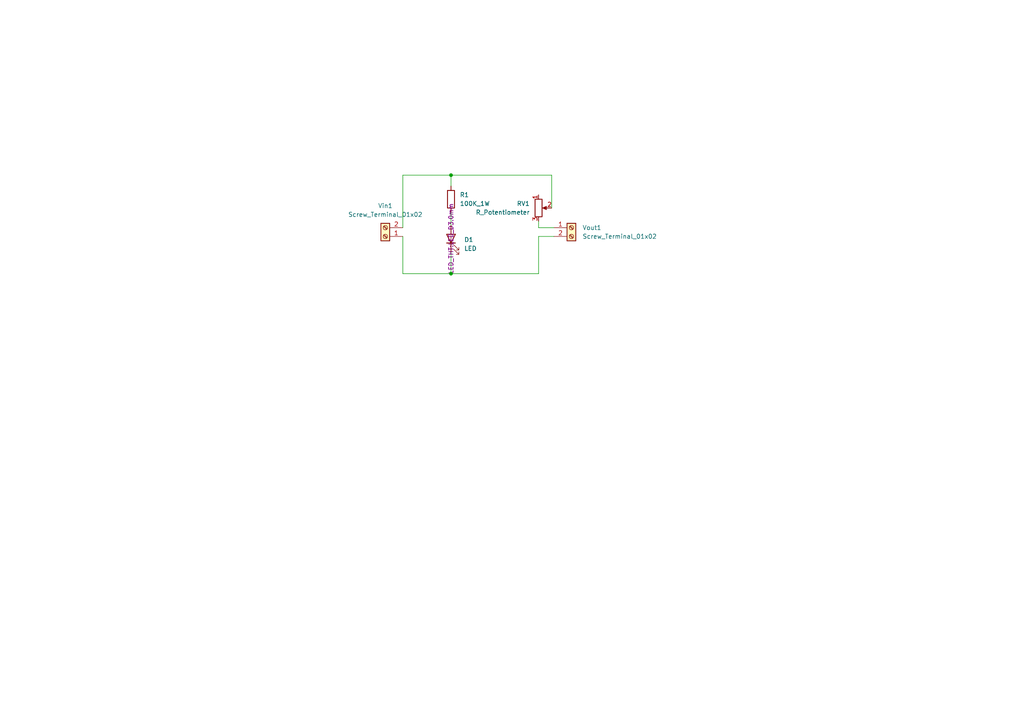
<source format=kicad_sch>
(kicad_sch (version 20211123) (generator eeschema)
  (paper "A4")
  (lib_symbols
    (symbol "Connector:Screw_Terminal_01x02" (pin_names (offset 1.016) hide)
      (property "Reference" "J" (at 0 2.54 0))
      (property "Value" "Screw_Terminal_01x02" (at 0 -5.08 0))
      (symbol "Screw_Terminal_01x02_1_1"
        (rectangle (start -1.27 1.27) (end 1.27 -3.81) (stroke (width 0.254)) (fill (type background)))
        (circle (center 0 -2.54) (radius 0.635) (stroke (width 0.1524)))
        (polyline (pts (xy -0.5334 -2.2098) (xy 0.3302 -3.048)) (stroke (width 0.1524)))
        (polyline (pts (xy -0.5334 0.3302) (xy 0.3302 -0.508)) (stroke (width 0.1524)))
        (polyline (pts (xy -0.3556 -2.032) (xy 0.508 -2.8702)) (stroke (width 0.1524)))
        (polyline (pts (xy -0.3556 0.508) (xy 0.508 -0.3302)) (stroke (width 0.1524)))
        (circle (center 0 0) (radius 0.635) (stroke (width 0.1524)))
        (pin passive line (at -5.08 0 0) (length 3.81) (name "Pin_1") (number "1"))
        (pin passive line (at -5.08 -2.54 0) (length 3.81) (name "Pin_2") (number "2"))
      )
    )
    (symbol "Device:LED" (pin_numbers hide) (pin_names (offset 1.016) hide)
      (property "Reference" "D" (at 0 2.54 0))
      (property "Value" "LED" (at 0 -2.54 0))
      (symbol "LED_0_1"
        (polyline (pts (xy -1.27 -1.27) (xy -1.27 1.27)) (stroke (width 0.254)))
        (polyline (pts (xy -1.27 0) (xy 1.27 0)))
        (polyline (pts (xy 1.27 -1.27) (xy 1.27 1.27) (xy -1.27 0) (xy 1.27 -1.27)) (stroke (width 0.254)))
        (polyline (pts (xy -3.048 -0.762) (xy -4.572 -2.286) (xy -3.81 -2.286) (xy -4.572 -2.286) (xy -4.572 -1.524)))
        (polyline (pts (xy -1.778 -0.762) (xy -3.302 -2.286) (xy -2.54 -2.286) (xy -3.302 -2.286) (xy -3.302 -1.524)))
      )
      (symbol "LED_1_1"
        (pin passive line (at -3.81 0 0) (length 2.54) (name "K") (number "1"))
        (pin passive line (at 3.81 0 180) (length 2.54) (name "A") (number "2"))
      )
    )
    (symbol "Device:R" (pin_numbers hide) (pin_names (offset 0))
      (property "Reference" "R" (at 2.032 0 90))
      (property "Value" "R" (at 0 0 90))
      (symbol "R_0_1"
        (rectangle (start -1.016 -2.54) (end 1.016 2.54) (stroke (width 0.254)))
      )
      (symbol "R_1_1"
        (pin passive line (at 0 3.81 270) (length 1.27) (name "~") (number "1"))
        (pin passive line (at 0 -3.81 90) (length 1.27) (name "~") (number "2"))
      )
    )
    (symbol "Device:R_Potentiometer" (pin_names (offset 1.016) hide)
      (property "Reference" "RV" (at -4.445 0 90))
      (property "Value" "R_Potentiometer" (at -2.54 0 90))
      (symbol "R_Potentiometer_0_1"
        (polyline (pts (xy 2.54 0) (xy 1.524 0)))
        (polyline (pts (xy 1.143 0) (xy 2.286 0.508) (xy 2.286 -0.508) (xy 1.143 0)) (fill (type outline)))
        (rectangle (start 1.016 2.54) (end -1.016 -2.54) (stroke (width 0.254)))
      )
      (symbol "R_Potentiometer_1_1"
        (pin passive line (at 0 3.81 270) (length 1.27) (name "1") (number "1"))
        (pin passive line (at 3.81 0 180) (length 1.27) (name "2") (number "2"))
        (pin passive line (at 0 -3.81 90) (length 1.27) (name "3") (number "3"))
      )
    )
  )
  (junction (at 130.81 79.375))
  (junction (at 130.81 50.8))
  (wire (pts (xy 130.81 79.375) (xy 130.81 73.025)))
  (wire (pts (xy 130.81 61.595) (xy 130.81 65.405)))
  (wire (pts (xy 130.81 50.8) (xy 160.02 50.8)))
  (wire (pts (xy 116.84 50.8) (xy 130.81 50.8)))
  (wire (pts (xy 156.21 64.135) (xy 156.21 66.04)))
  (wire (pts (xy 156.21 66.04) (xy 160.655 66.04)))
  (wire (pts (xy 160.02 50.8) (xy 160.02 60.325)))
  (wire (pts (xy 116.84 79.375) (xy 130.81 79.375)))
  (wire (pts (xy 156.21 79.375) (xy 130.81 79.375)))
  (wire (pts (xy 156.21 68.58) (xy 156.21 79.375)))
  (wire (pts (xy 160.655 68.58) (xy 156.21 68.58)))
  (wire (pts (xy 130.81 50.8) (xy 130.81 53.975)))
  (wire (pts (xy 116.84 66.04) (xy 116.84 50.8)))
  (wire (pts (xy 116.84 68.58) (xy 116.84 79.375)))
  (symbol (lib_id "Device:R") (at 130.81 57.785 180) (unit 1)
    (property "Reference" "R1" (at 133.35 56.5149 0) (effects (justify right)))
    (property "Value" "100K_1W" (at 133.35 59.0549 0) (effects (justify right)))
    (property "Footprint" "Resistor_THT:R_Axial_DIN0516_L15.5mm_D5.0mm_P30.48mm_Horizontal" (effects hide))
  )
  (symbol (lib_id "Device:LED") (at 130.81 69.215 90) (unit 1)
    (property "Reference" "D1" (at 134.62 69.5324 90) (effects (justify right)))
    (property "Value" "LED" (at 134.62 72.0724 90) (effects (justify right)))
    (property "Footprint" "LED_THT:LED_D3.0mm" (at 130.81 69.215 0))
  )
  (symbol (lib_id "Connector:Screw_Terminal_01x02") (at 165.735 66.04 0) (unit 1)
    (property "Reference" "Vout1" (at 168.91 66.0399 0) (effects (justify left)))
    (property "Value" "Screw_Terminal_01x02" (at 168.91 68.5799 0) (effects (justify left)))
    (property "Footprint" "TerminalBlock_Phoenix:TerminalBlock_Phoenix_MKDS-1,5-2-5.08_1x02_P5.08mm_Horizontal" (effects hide))
  )
  (symbol (lib_id "Device:R_Potentiometer") (at 156.21 60.325 0) (unit 1)
    (property "Reference" "RV1" (at 153.67 59.0549 0) (effects (justify right)))
    (property "Value" "R_Potentiometer" (at 153.67 61.5949 0) (effects (justify right)))
    (property "Footprint" "Potentiometer_THT:Potentiometer_Alps_RK163_Single_Horizontal" (effects hide))
  )
  (symbol (lib_id "Connector:Screw_Terminal_01x02") (at 111.76 68.58 180) (unit 1)
    (property "Reference" "Vin1" (at 111.76 59.69 0))
    (property "Value" "Screw_Terminal_01x02" (at 111.76 62.23 0))
    (property "Footprint" "TerminalBlock_Phoenix:TerminalBlock_Phoenix_MKDS-1,5-2-5.08_1x02_P5.08mm_Horizontal" (effects hide))
  )
)
</source>
